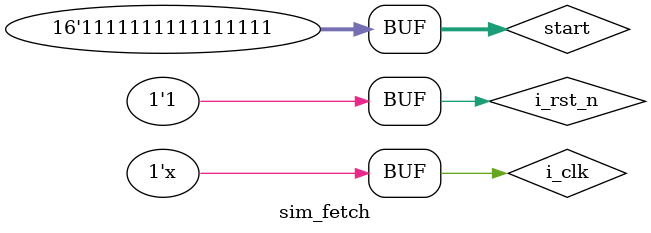
<source format=v>
`timescale 1ns / 1ps


module sim_fetch();
    reg         i_clk;
    reg         i_rst_n;
    wire [15:0]  i_pc;
    reg  [15:0]  start;
    initial begin
        i_clk <= 1'b0;
        i_rst_n <= 1'b0;
        start <= 16'h0000;
        #300
        i_rst_n <= 1'b1;
        #50
        start <= 16'hffff;
    end
    always #10 i_clk <= ~i_clk;
    
    fetch ufetch(
        .i_clk          (i_clk          ),
        .i_rst_n        (i_rst_n        ),
        .i_pc           (((i_pc&(start))|(16'h0000&(~start))) ),
        .o_valP         (i_pc           )
    );
    
//    always @(posedge i_clk or negedge i_rst_n) begin
//        if(!i_rst_n) begin
//            i_pc <= 16'h0020;
//        end
//        else begin
//            case(i_pc) 
//                16'h0020:begin
//                    i_pc <= 16'h0000;
//                end
//                16'h0000:begin
//                    i_pc <= i_pc + 16'd10;
//                end
//                16'd10:begin
//                    i_pc <= i_pc + 16'd2;
//                end
//                16'd12:begin
//                    i_pc <= i_pc + 16'd2;
//                end
//                default:begin
//                    i_pc <= i_pc;
//                end
//            endcase
//        end
//    end
endmodule

</source>
